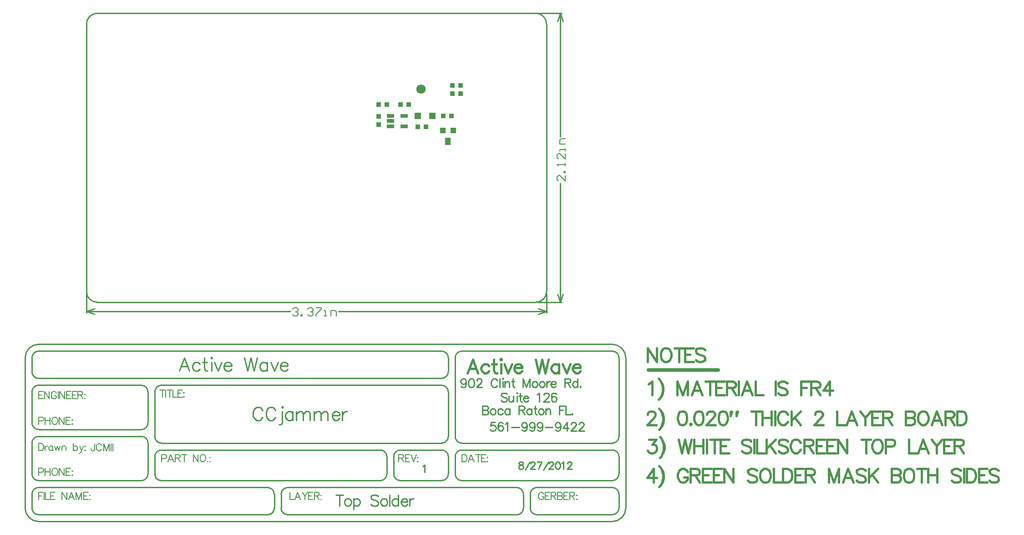
<source format=gts>
%FSLAX25Y25*%
%MOIN*%
G70*
G01*
G75*
G04 Layer_Color=8388736*
%ADD10C,0.02500*%
%ADD11C,0.06000*%
%ADD12R,0.03000X0.03000*%
%ADD13R,0.05000X0.02000*%
%ADD14R,0.03000X0.03000*%
%ADD15R,0.03600X0.05000*%
%ADD16R,0.03600X0.03600*%
%ADD17R,0.03937X0.03937*%
%ADD18C,0.02000*%
%ADD19C,0.01200*%
%ADD20C,0.01000*%
%ADD21C,0.00800*%
%ADD22C,0.03000*%
%ADD23C,0.00600*%
%ADD24C,0.00900*%
%ADD25C,0.01500*%
%ADD26C,0.00500*%
%ADD27C,0.04000*%
%ADD28C,0.06800*%
%ADD29R,0.03800X0.03800*%
%ADD30R,0.05600X0.02600*%
%ADD31R,0.03800X0.03800*%
%ADD32R,0.04400X0.05800*%
%ADD33R,0.04400X0.04400*%
%ADD34R,0.04737X0.04737*%
D10*
X411800Y-49700D02*
X462800D01*
D20*
X185366Y-141202D02*
Y-149200D01*
X182700Y-141202D02*
X188032D01*
X190889Y-143868D02*
X190127Y-144249D01*
X189365Y-145010D01*
X188984Y-146153D01*
Y-146915D01*
X189365Y-148057D01*
X190127Y-148819D01*
X190889Y-149200D01*
X192031D01*
X192793Y-148819D01*
X193555Y-148057D01*
X193936Y-146915D01*
Y-146153D01*
X193555Y-145010D01*
X192793Y-144249D01*
X192031Y-143868D01*
X190889D01*
X195688D02*
Y-151866D01*
Y-145010D02*
X196449Y-144249D01*
X197211Y-143868D01*
X198354D01*
X199116Y-144249D01*
X199877Y-145010D01*
X200258Y-146153D01*
Y-146915D01*
X199877Y-148057D01*
X199116Y-148819D01*
X198354Y-149200D01*
X197211D01*
X196449Y-148819D01*
X195688Y-148057D01*
X213589Y-142344D02*
X212827Y-141583D01*
X211684Y-141202D01*
X210161D01*
X209018Y-141583D01*
X208256Y-142344D01*
Y-143106D01*
X208637Y-143868D01*
X209018Y-144249D01*
X209780Y-144630D01*
X212065Y-145391D01*
X212827Y-145772D01*
X213208Y-146153D01*
X213589Y-146915D01*
Y-148057D01*
X212827Y-148819D01*
X211684Y-149200D01*
X210161D01*
X209018Y-148819D01*
X208256Y-148057D01*
X217283Y-143868D02*
X216521Y-144249D01*
X215760Y-145010D01*
X215379Y-146153D01*
Y-146915D01*
X215760Y-148057D01*
X216521Y-148819D01*
X217283Y-149200D01*
X218426D01*
X219187Y-148819D01*
X219949Y-148057D01*
X220330Y-146915D01*
Y-146153D01*
X219949Y-145010D01*
X219187Y-144249D01*
X218426Y-143868D01*
X217283D01*
X222082Y-141202D02*
Y-149200D01*
X228328Y-141202D02*
Y-149200D01*
Y-145010D02*
X227567Y-144249D01*
X226805Y-143868D01*
X225662D01*
X224901Y-144249D01*
X224139Y-145010D01*
X223758Y-146153D01*
Y-146915D01*
X224139Y-148057D01*
X224901Y-148819D01*
X225662Y-149200D01*
X226805D01*
X227567Y-148819D01*
X228328Y-148057D01*
X230461Y-146153D02*
X235032D01*
Y-145391D01*
X234651Y-144630D01*
X234270Y-144249D01*
X233508Y-143868D01*
X232366D01*
X231604Y-144249D01*
X230842Y-145010D01*
X230461Y-146153D01*
Y-146915D01*
X230842Y-148057D01*
X231604Y-148819D01*
X232366Y-149200D01*
X233508D01*
X234270Y-148819D01*
X235032Y-148057D01*
X236746Y-143868D02*
Y-149200D01*
Y-146153D02*
X237126Y-145010D01*
X237888Y-144249D01*
X238650Y-143868D01*
X239792D01*
X330484Y212016D02*
X348000D01*
X330484Y-16D02*
X348000D01*
X347000Y121495D02*
Y212016D01*
Y-16D02*
Y87305D01*
X345000Y206016D02*
X347000Y212016D01*
X349000Y206016D01*
X347000Y-16D02*
X349000Y5984D01*
X345000D02*
X347000Y-16D01*
X337000Y-7500D02*
Y6500D01*
X0Y-7500D02*
Y6500D01*
X184495Y-6500D02*
X337000D01*
X0D02*
X149305D01*
X331000Y-4500D02*
X337000Y-6500D01*
X331000Y-8500D02*
X337000Y-6500D01*
X0D02*
X6000Y-8500D01*
X0Y-6500D02*
X6000Y-4500D01*
X0Y8000D02*
G03*
X8016Y-16I8016J0D01*
G01*
X8000Y212000D02*
G03*
X-16Y203984I0J-8016D01*
G01*
X337000Y204000D02*
G03*
X328984Y212016I-8016J0D01*
G01*
Y-16D02*
G03*
X337000Y8000I0J8016D01*
G01*
X8016Y0D02*
X328984Y-16D01*
X0Y8000D02*
Y203984D01*
X337000Y8000D02*
Y204000D01*
X8000Y212000D02*
X328984Y212016D01*
X137502Y-140794D02*
G03*
X132501Y-135794I-5000J0D01*
G01*
X132618Y-155794D02*
G03*
X137499Y-150827I84J4800D01*
G01*
X147502Y-135794D02*
G03*
X142501Y-140794I0J-5000D01*
G01*
Y-150794D02*
G03*
X147414Y-155793I5000J0D01*
G01*
X320002Y-140794D02*
G03*
X315002Y-135794I-5000J0D01*
G01*
X315118Y-155794D02*
G03*
X320000Y-150827I84J4800D01*
G01*
X325002Y-150894D02*
G03*
X329987Y-155793I4900J0D01*
G01*
X330001Y-135794D02*
G03*
X325002Y-140794I0J-5000D01*
G01*
X45002Y-65694D02*
G03*
X40102Y-60794I-4900J0D01*
G01*
X40202Y-93294D02*
G03*
X45002Y-88494I0J4800D01*
G01*
Y-103194D02*
G03*
X39930Y-98297I-4900J0D01*
G01*
X50002Y-98394D02*
G03*
X54901Y-103294I4900J0D01*
G01*
X50002Y-125894D02*
G03*
X54901Y-130794I4900J0D01*
G01*
X40102D02*
G03*
X45002Y-125894I0J4900D01*
G01*
X220002Y-113194D02*
G03*
X215102Y-108294I-4900J0D01*
G01*
Y-130794D02*
G03*
X220001Y-125809I0J4900D01*
G01*
X225002Y-125694D02*
G03*
X230012Y-130793I5100J0D01*
G01*
X229802Y-108294D02*
G03*
X225008Y-113345I0J-4800D01*
G01*
X55001Y-108294D02*
G03*
X50002Y-113294I0J-5000D01*
G01*
X55001Y-60794D02*
G03*
X50001Y-65794I0J-5000D01*
G01*
X-39998Y-125794D02*
G03*
X-35086Y-130793I5000J0D01*
G01*
X-34999Y-98294D02*
G03*
X-39998Y-103294I0J-5000D01*
G01*
Y-88294D02*
G03*
X-34999Y-93294I5000J0D01*
G01*
Y-60794D02*
G03*
X-39998Y-65794I0J-5000D01*
G01*
Y-50794D02*
G03*
X-34999Y-55794I5000J0D01*
G01*
Y-35794D02*
G03*
X-39998Y-40794I0J-5000D01*
G01*
X265002D02*
G03*
X260001Y-35794I-5000J0D01*
G01*
X275002D02*
G03*
X270002Y-40794I0J-5000D01*
G01*
X260001Y-55794D02*
G03*
X265002Y-50794I0J5000D01*
G01*
Y-65794D02*
G03*
X260001Y-60794I-5000J0D01*
G01*
X-34999Y-135794D02*
G03*
X-39998Y-140794I0J-5000D01*
G01*
X260089Y-103294D02*
G03*
X265002Y-98294I-87J5000D01*
G01*
X-39998Y-150794D02*
G03*
X-35086Y-155793I5000J0D01*
G01*
X265002Y-113194D02*
G03*
X260102Y-108294I-4900J0D01*
G01*
X270002Y-125894D02*
G03*
X274987Y-130793I4900J0D01*
G01*
X260001Y-130794D02*
G03*
X265002Y-125794I0J5000D01*
G01*
X385001Y-155794D02*
G03*
X390002Y-150794I0J5000D01*
G01*
X390002Y-140707D02*
G03*
X385001Y-135793I-5000J-87D01*
G01*
Y-130794D02*
G03*
X390002Y-125794I0J5000D01*
G01*
Y-40694D02*
G03*
X384930Y-35797I-4900J0D01*
G01*
X395002Y-40794D02*
G03*
X385001Y-30794I-10000J0D01*
G01*
Y-160794D02*
G03*
X395002Y-150794I0J10000D01*
G01*
X-44998Y-150694D02*
G03*
X-35075Y-160793I10100J0D01*
G01*
X-34999Y-30794D02*
G03*
X-44998Y-40794I0J-10000D01*
G01*
X270002Y-98294D02*
G03*
X275002Y-103294I5000J0D01*
G01*
X385001D02*
G03*
X390002Y-98294I0J5000D01*
G01*
X275002Y-108294D02*
G03*
X270002Y-113294I0J-5000D01*
G01*
X390002Y-113194D02*
G03*
X385102Y-108294I-4900J0D01*
G01*
X147502Y-155794D02*
X315002D01*
X-34999D02*
X132501D01*
X-34999Y-135794D02*
X132501D01*
X147502D02*
X315002D01*
X330001Y-155794D02*
X385001D01*
X330001Y-135794D02*
X385001D01*
X-34999Y-35794D02*
X260001D01*
X-34999Y-160794D02*
X385001D01*
X-34999Y-30794D02*
X385001D01*
X-34999Y-130794D02*
X40001D01*
X-34999Y-98294D02*
X40001D01*
X-34999Y-93294D02*
X40001D01*
X-34999Y-60794D02*
X40001D01*
X-34999Y-55794D02*
X260001D01*
X55001Y-60794D02*
X260001D01*
X55001Y-108294D02*
X215002D01*
X55001Y-130794D02*
X215002D01*
X230001D02*
X260001D01*
X230001Y-108294D02*
X260001D01*
X275002Y-130794D02*
X385001D01*
X275002Y-35794D02*
X385001D01*
X55001Y-103294D02*
X260001D01*
X275002D02*
X385001D01*
X275002Y-108294D02*
X385001D01*
X137502Y-150794D02*
Y-140794D01*
X142501Y-150794D02*
Y-140794D01*
X320002Y-150794D02*
Y-140794D01*
X325002Y-150794D02*
Y-140794D01*
X395002Y-150794D02*
Y-40794D01*
X-39998Y-125794D02*
Y-103294D01*
X45002Y-125794D02*
Y-103294D01*
X-39998Y-88294D02*
Y-65794D01*
X45002Y-88294D02*
Y-65794D01*
X-39998Y-50794D02*
Y-40794D01*
X265002Y-50794D02*
Y-40794D01*
Y-98294D02*
Y-65794D01*
X50002Y-98294D02*
Y-65794D01*
X220002Y-125794D02*
Y-113294D01*
X50002Y-125794D02*
Y-113294D01*
X225002Y-125794D02*
Y-113294D01*
X265002Y-125794D02*
Y-113294D01*
X390002Y-150794D02*
Y-140794D01*
X-39998Y-150794D02*
Y-140794D01*
X-44998Y-150794D02*
Y-40794D01*
X270002Y-98294D02*
Y-40794D01*
X390002Y-98294D02*
Y-40794D01*
X270002Y-125794D02*
Y-113294D01*
X390002Y-125794D02*
Y-113194D01*
X307875Y-67392D02*
X307266Y-66782D01*
X306352Y-66478D01*
X305133D01*
X304219Y-66782D01*
X303609Y-67392D01*
Y-68001D01*
X303914Y-68611D01*
X304219Y-68915D01*
X304828Y-69220D01*
X306656Y-69829D01*
X307266Y-70134D01*
X307571Y-70439D01*
X307875Y-71048D01*
Y-71962D01*
X307266Y-72572D01*
X306352Y-72876D01*
X305133D01*
X304219Y-72572D01*
X303609Y-71962D01*
X309307Y-68611D02*
Y-71658D01*
X309612Y-72572D01*
X310221Y-72876D01*
X311136D01*
X311745Y-72572D01*
X312659Y-71658D01*
Y-68611D02*
Y-72876D01*
X314944Y-66478D02*
X315249Y-66782D01*
X315554Y-66478D01*
X315249Y-66173D01*
X314944Y-66478D01*
X315249Y-68611D02*
Y-72876D01*
X317595Y-66478D02*
Y-71658D01*
X317900Y-72572D01*
X318509Y-72876D01*
X319118D01*
X316681Y-68611D02*
X318814D01*
X320033Y-70439D02*
X323689D01*
Y-69829D01*
X323384Y-69220D01*
X323080Y-68915D01*
X322470Y-68611D01*
X321556D01*
X320947Y-68915D01*
X320337Y-69525D01*
X320033Y-70439D01*
Y-71048D01*
X320337Y-71962D01*
X320947Y-72572D01*
X321556Y-72876D01*
X322470D01*
X323080Y-72572D01*
X323689Y-71962D01*
X330088Y-67696D02*
X330697Y-67392D01*
X331611Y-66478D01*
Y-72876D01*
X335085Y-68001D02*
Y-67696D01*
X335389Y-67087D01*
X335694Y-66782D01*
X336303Y-66478D01*
X337522D01*
X338132Y-66782D01*
X338436Y-67087D01*
X338741Y-67696D01*
Y-68306D01*
X338436Y-68915D01*
X337827Y-69829D01*
X334780Y-72876D01*
X339046D01*
X344134Y-67392D02*
X343829Y-66782D01*
X342915Y-66478D01*
X342306D01*
X341392Y-66782D01*
X340782Y-67696D01*
X340478Y-69220D01*
Y-70744D01*
X340782Y-71962D01*
X341392Y-72572D01*
X342306Y-72876D01*
X342611D01*
X343525Y-72572D01*
X344134Y-71962D01*
X344439Y-71048D01*
Y-70744D01*
X344134Y-69829D01*
X343525Y-69220D01*
X342611Y-68915D01*
X342306D01*
X341392Y-69220D01*
X340782Y-69829D01*
X340478Y-70744D01*
X299266Y-87978D02*
X296219D01*
X295914Y-90720D01*
X296219Y-90415D01*
X297133Y-90111D01*
X298047D01*
X298961Y-90415D01*
X299570Y-91025D01*
X299875Y-91939D01*
Y-92548D01*
X299570Y-93462D01*
X298961Y-94072D01*
X298047Y-94376D01*
X297133D01*
X296219Y-94072D01*
X295914Y-93767D01*
X295609Y-93158D01*
X304964Y-88892D02*
X304659Y-88282D01*
X303745Y-87978D01*
X303135D01*
X302221Y-88282D01*
X301612Y-89196D01*
X301307Y-90720D01*
Y-92243D01*
X301612Y-93462D01*
X302221Y-94072D01*
X303135Y-94376D01*
X303440D01*
X304354Y-94072D01*
X304964Y-93462D01*
X305268Y-92548D01*
Y-92243D01*
X304964Y-91329D01*
X304354Y-90720D01*
X303440Y-90415D01*
X303135D01*
X302221Y-90720D01*
X301612Y-91329D01*
X301307Y-92243D01*
X306670Y-89196D02*
X307279Y-88892D01*
X308193Y-87978D01*
Y-94376D01*
X311362Y-91634D02*
X316847D01*
X322697Y-90111D02*
X322392Y-91025D01*
X321783Y-91634D01*
X320869Y-91939D01*
X320564D01*
X319650Y-91634D01*
X319041Y-91025D01*
X318736Y-90111D01*
Y-89806D01*
X319041Y-88892D01*
X319650Y-88282D01*
X320564Y-87978D01*
X320869D01*
X321783Y-88282D01*
X322392Y-88892D01*
X322697Y-90111D01*
Y-91634D01*
X322392Y-93158D01*
X321783Y-94072D01*
X320869Y-94376D01*
X320259D01*
X319345Y-94072D01*
X319041Y-93462D01*
X328395Y-90111D02*
X328090Y-91025D01*
X327481Y-91634D01*
X326567Y-91939D01*
X326262D01*
X325348Y-91634D01*
X324739Y-91025D01*
X324434Y-90111D01*
Y-89806D01*
X324739Y-88892D01*
X325348Y-88282D01*
X326262Y-87978D01*
X326567D01*
X327481Y-88282D01*
X328090Y-88892D01*
X328395Y-90111D01*
Y-91634D01*
X328090Y-93158D01*
X327481Y-94072D01*
X326567Y-94376D01*
X325957D01*
X325043Y-94072D01*
X324739Y-93462D01*
X334093Y-90111D02*
X333788Y-91025D01*
X333179Y-91634D01*
X332264Y-91939D01*
X331960D01*
X331046Y-91634D01*
X330436Y-91025D01*
X330132Y-90111D01*
Y-89806D01*
X330436Y-88892D01*
X331046Y-88282D01*
X331960Y-87978D01*
X332264D01*
X333179Y-88282D01*
X333788Y-88892D01*
X334093Y-90111D01*
Y-91634D01*
X333788Y-93158D01*
X333179Y-94072D01*
X332264Y-94376D01*
X331655D01*
X330741Y-94072D01*
X330436Y-93462D01*
X335829Y-91634D02*
X341314D01*
X347164Y-90111D02*
X346860Y-91025D01*
X346250Y-91634D01*
X345336Y-91939D01*
X345031D01*
X344117Y-91634D01*
X343508Y-91025D01*
X343203Y-90111D01*
Y-89806D01*
X343508Y-88892D01*
X344117Y-88282D01*
X345031Y-87978D01*
X345336D01*
X346250Y-88282D01*
X346860Y-88892D01*
X347164Y-90111D01*
Y-91634D01*
X346860Y-93158D01*
X346250Y-94072D01*
X345336Y-94376D01*
X344727D01*
X343812Y-94072D01*
X343508Y-93462D01*
X351948Y-87978D02*
X348901Y-92243D01*
X353471D01*
X351948Y-87978D02*
Y-94376D01*
X354904Y-89501D02*
Y-89196D01*
X355208Y-88587D01*
X355513Y-88282D01*
X356122Y-87978D01*
X357341D01*
X357950Y-88282D01*
X358255Y-88587D01*
X358560Y-89196D01*
Y-89806D01*
X358255Y-90415D01*
X357646Y-91329D01*
X354599Y-94376D01*
X358864D01*
X360601Y-89501D02*
Y-89196D01*
X360906Y-88587D01*
X361211Y-88282D01*
X361820Y-87978D01*
X363039D01*
X363648Y-88282D01*
X363953Y-88587D01*
X364258Y-89196D01*
Y-89806D01*
X363953Y-90415D01*
X363344Y-91329D01*
X360297Y-94376D01*
X364562D01*
X278070Y-58111D02*
X277766Y-59025D01*
X277156Y-59634D01*
X276242Y-59939D01*
X275938D01*
X275024Y-59634D01*
X274414Y-59025D01*
X274110Y-58111D01*
Y-57806D01*
X274414Y-56892D01*
X275024Y-56282D01*
X275938Y-55978D01*
X276242D01*
X277156Y-56282D01*
X277766Y-56892D01*
X278070Y-58111D01*
Y-59634D01*
X277766Y-61158D01*
X277156Y-62072D01*
X276242Y-62376D01*
X275633D01*
X274719Y-62072D01*
X274414Y-61462D01*
X281635Y-55978D02*
X280721Y-56282D01*
X280112Y-57196D01*
X279807Y-58720D01*
Y-59634D01*
X280112Y-61158D01*
X280721Y-62072D01*
X281635Y-62376D01*
X282245D01*
X283159Y-62072D01*
X283768Y-61158D01*
X284073Y-59634D01*
Y-58720D01*
X283768Y-57196D01*
X283159Y-56282D01*
X282245Y-55978D01*
X281635D01*
X285810Y-57501D02*
Y-57196D01*
X286115Y-56587D01*
X286419Y-56282D01*
X287029Y-55978D01*
X288247D01*
X288857Y-56282D01*
X289161Y-56587D01*
X289466Y-57196D01*
Y-57806D01*
X289161Y-58415D01*
X288552Y-59329D01*
X285505Y-62376D01*
X289771D01*
X300801Y-57501D02*
X300496Y-56892D01*
X299887Y-56282D01*
X299277Y-55978D01*
X298059D01*
X297449Y-56282D01*
X296840Y-56892D01*
X296535Y-57501D01*
X296231Y-58415D01*
Y-59939D01*
X296535Y-60853D01*
X296840Y-61462D01*
X297449Y-62072D01*
X298059Y-62376D01*
X299277D01*
X299887Y-62072D01*
X300496Y-61462D01*
X300801Y-60853D01*
X302599Y-55978D02*
Y-62376D01*
X304549Y-55978D02*
X304853Y-56282D01*
X305158Y-55978D01*
X304853Y-55673D01*
X304549Y-55978D01*
X304853Y-58111D02*
Y-62376D01*
X306285Y-58111D02*
Y-62376D01*
Y-59329D02*
X307200Y-58415D01*
X307809Y-58111D01*
X308723D01*
X309332Y-58415D01*
X309637Y-59329D01*
Y-62376D01*
X312227Y-55978D02*
Y-61158D01*
X312532Y-62072D01*
X313141Y-62376D01*
X313751D01*
X311313Y-58111D02*
X313446D01*
X319692Y-55978D02*
Y-62376D01*
Y-55978D02*
X322130Y-62376D01*
X324567Y-55978D02*
X322130Y-62376D01*
X324567Y-55978D02*
Y-62376D01*
X327919Y-58111D02*
X327309Y-58415D01*
X326700Y-59025D01*
X326395Y-59939D01*
Y-60548D01*
X326700Y-61462D01*
X327309Y-62072D01*
X327919Y-62376D01*
X328833D01*
X329442Y-62072D01*
X330052Y-61462D01*
X330357Y-60548D01*
Y-59939D01*
X330052Y-59025D01*
X329442Y-58415D01*
X328833Y-58111D01*
X327919D01*
X333282D02*
X332672Y-58415D01*
X332063Y-59025D01*
X331758Y-59939D01*
Y-60548D01*
X332063Y-61462D01*
X332672Y-62072D01*
X333282Y-62376D01*
X334196D01*
X334805Y-62072D01*
X335414Y-61462D01*
X335719Y-60548D01*
Y-59939D01*
X335414Y-59025D01*
X334805Y-58415D01*
X334196Y-58111D01*
X333282D01*
X337121D02*
Y-62376D01*
Y-59939D02*
X337425Y-59025D01*
X338035Y-58415D01*
X338644Y-58111D01*
X339558D01*
X340137Y-59939D02*
X343794D01*
Y-59329D01*
X343489Y-58720D01*
X343184Y-58415D01*
X342575Y-58111D01*
X341661D01*
X341051Y-58415D01*
X340442Y-59025D01*
X340137Y-59939D01*
Y-60548D01*
X340442Y-61462D01*
X341051Y-62072D01*
X341661Y-62376D01*
X342575D01*
X343184Y-62072D01*
X343794Y-61462D01*
X350192Y-55978D02*
Y-62376D01*
Y-55978D02*
X352935D01*
X353849Y-56282D01*
X354153Y-56587D01*
X354458Y-57196D01*
Y-57806D01*
X354153Y-58415D01*
X353849Y-58720D01*
X352935Y-59025D01*
X350192D01*
X352325D02*
X354458Y-62376D01*
X359546Y-55978D02*
Y-62376D01*
Y-59025D02*
X358937Y-58415D01*
X358328Y-58111D01*
X357414D01*
X356804Y-58415D01*
X356195Y-59025D01*
X355890Y-59939D01*
Y-60548D01*
X356195Y-61462D01*
X356804Y-62072D01*
X357414Y-62376D01*
X358328D01*
X358937Y-62072D01*
X359546Y-61462D01*
X361557Y-61767D02*
X361253Y-62072D01*
X361557Y-62376D01*
X361862Y-62072D01*
X361557Y-61767D01*
X290109Y-75978D02*
Y-82376D01*
Y-75978D02*
X292852D01*
X293766Y-76282D01*
X294071Y-76587D01*
X294375Y-77197D01*
Y-77806D01*
X294071Y-78415D01*
X293766Y-78720D01*
X292852Y-79025D01*
X290109D02*
X292852D01*
X293766Y-79329D01*
X294071Y-79634D01*
X294375Y-80243D01*
Y-81158D01*
X294071Y-81767D01*
X293766Y-82072D01*
X292852Y-82376D01*
X290109D01*
X297331Y-78111D02*
X296721Y-78415D01*
X296112Y-79025D01*
X295807Y-79939D01*
Y-80548D01*
X296112Y-81462D01*
X296721Y-82072D01*
X297331Y-82376D01*
X298245D01*
X298854Y-82072D01*
X299464Y-81462D01*
X299768Y-80548D01*
Y-79939D01*
X299464Y-79025D01*
X298854Y-78415D01*
X298245Y-78111D01*
X297331D01*
X304826Y-79025D02*
X304217Y-78415D01*
X303608Y-78111D01*
X302693D01*
X302084Y-78415D01*
X301475Y-79025D01*
X301170Y-79939D01*
Y-80548D01*
X301475Y-81462D01*
X302084Y-82072D01*
X302693Y-82376D01*
X303608D01*
X304217Y-82072D01*
X304826Y-81462D01*
X309854Y-78111D02*
Y-82376D01*
Y-79025D02*
X309244Y-78415D01*
X308635Y-78111D01*
X307721D01*
X307112Y-78415D01*
X306502Y-79025D01*
X306197Y-79939D01*
Y-80548D01*
X306502Y-81462D01*
X307112Y-82072D01*
X307721Y-82376D01*
X308635D01*
X309244Y-82072D01*
X309854Y-81462D01*
X316588Y-75978D02*
Y-82376D01*
Y-75978D02*
X319330D01*
X320244Y-76282D01*
X320549Y-76587D01*
X320853Y-77197D01*
Y-77806D01*
X320549Y-78415D01*
X320244Y-78720D01*
X319330Y-79025D01*
X316588D01*
X318721D02*
X320853Y-82376D01*
X325942Y-78111D02*
Y-82376D01*
Y-79025D02*
X325332Y-78415D01*
X324723Y-78111D01*
X323809D01*
X323200Y-78415D01*
X322590Y-79025D01*
X322285Y-79939D01*
Y-80548D01*
X322590Y-81462D01*
X323200Y-82072D01*
X323809Y-82376D01*
X324723D01*
X325332Y-82072D01*
X325942Y-81462D01*
X328562Y-75978D02*
Y-81158D01*
X328867Y-82072D01*
X329476Y-82376D01*
X330086D01*
X327648Y-78111D02*
X329781D01*
X332523D02*
X331914Y-78415D01*
X331304Y-79025D01*
X331000Y-79939D01*
Y-80548D01*
X331304Y-81462D01*
X331914Y-82072D01*
X332523Y-82376D01*
X333437D01*
X334047Y-82072D01*
X334656Y-81462D01*
X334961Y-80548D01*
Y-79939D01*
X334656Y-79025D01*
X334047Y-78415D01*
X333437Y-78111D01*
X332523D01*
X336362D02*
Y-82376D01*
Y-79329D02*
X337277Y-78415D01*
X337886Y-78111D01*
X338800D01*
X339409Y-78415D01*
X339714Y-79329D01*
Y-82376D01*
X346417Y-75978D02*
Y-82376D01*
Y-75978D02*
X350378D01*
X346417Y-79025D02*
X348855D01*
X351110Y-75978D02*
Y-82376D01*
X354766D01*
X355772Y-81767D02*
X355467Y-82072D01*
X355772Y-82376D01*
X356076Y-82072D01*
X355772Y-81767D01*
D21*
X5837Y-103568D02*
Y-107630D01*
X5583Y-108392D01*
X5329Y-108646D01*
X4821Y-108900D01*
X4314D01*
X3806Y-108646D01*
X3552Y-108392D01*
X3298Y-107630D01*
Y-107122D01*
X11017Y-104837D02*
X10763Y-104329D01*
X10255Y-103821D01*
X9747Y-103568D01*
X8732D01*
X8224Y-103821D01*
X7716Y-104329D01*
X7462Y-104837D01*
X7208Y-105599D01*
Y-106868D01*
X7462Y-107630D01*
X7716Y-108138D01*
X8224Y-108646D01*
X8732Y-108900D01*
X9747D01*
X10255Y-108646D01*
X10763Y-108138D01*
X11017Y-107630D01*
X12515Y-103568D02*
Y-108900D01*
Y-103568D02*
X14547Y-108900D01*
X16578Y-103568D02*
X14547Y-108900D01*
X16578Y-103568D02*
Y-108900D01*
X18101Y-103568D02*
Y-108900D01*
X19218Y-103568D02*
Y-108900D01*
D23*
X350599Y92904D02*
Y88905D01*
X346600Y92904D01*
X345601D01*
X344601Y91904D01*
Y89905D01*
X345601Y88905D01*
X350599Y94903D02*
X349599D01*
Y95903D01*
X350599D01*
Y94903D01*
Y99901D02*
Y101901D01*
Y100901D01*
X344601D01*
X345601Y99901D01*
X350599Y108898D02*
Y104900D01*
X346600Y108898D01*
X345601D01*
X344601Y107899D01*
Y105900D01*
X345601Y104900D01*
X350599Y110898D02*
Y112897D01*
Y111898D01*
X346600D01*
Y110898D01*
X350599Y115896D02*
X346600D01*
Y118895D01*
X347600Y119895D01*
X350599D01*
X150905Y-5101D02*
X151905Y-4101D01*
X153904D01*
X154904Y-5101D01*
Y-6100D01*
X153904Y-7100D01*
X152904D01*
X153904D01*
X154904Y-8100D01*
Y-9099D01*
X153904Y-10099D01*
X151905D01*
X150905Y-9099D01*
X156903Y-10099D02*
Y-9099D01*
X157903D01*
Y-10099D01*
X156903D01*
X161902Y-5101D02*
X162901Y-4101D01*
X164901D01*
X165900Y-5101D01*
Y-6100D01*
X164901Y-7100D01*
X163901D01*
X164901D01*
X165900Y-8100D01*
Y-9099D01*
X164901Y-10099D01*
X162901D01*
X161902Y-9099D01*
X167900Y-4101D02*
X171898D01*
Y-5101D01*
X167900Y-9099D01*
Y-10099D01*
X173898D02*
X175897D01*
X174897D01*
Y-6100D01*
X173898D01*
X178896Y-10099D02*
Y-6100D01*
X181895D01*
X182895Y-7100D01*
Y-10099D01*
D24*
X317748Y-117008D02*
X316986Y-117262D01*
X316733Y-117770D01*
Y-118277D01*
X316986Y-118785D01*
X317494Y-119039D01*
X318510Y-119293D01*
X319272Y-119547D01*
X319779Y-120055D01*
X320033Y-120563D01*
Y-121324D01*
X319779Y-121832D01*
X319526Y-122086D01*
X318764Y-122340D01*
X317748D01*
X316986Y-122086D01*
X316733Y-121832D01*
X316478Y-121324D01*
Y-120563D01*
X316733Y-120055D01*
X317240Y-119547D01*
X318002Y-119293D01*
X319018Y-119039D01*
X319526Y-118785D01*
X319779Y-118277D01*
Y-117770D01*
X319526Y-117262D01*
X318764Y-117008D01*
X317748D01*
X321227Y-123102D02*
X324782Y-117008D01*
X325391Y-118277D02*
Y-118023D01*
X325645Y-117516D01*
X325899Y-117262D01*
X326407Y-117008D01*
X327422D01*
X327930Y-117262D01*
X328184Y-117516D01*
X328438Y-118023D01*
Y-118531D01*
X328184Y-119039D01*
X327676Y-119801D01*
X325137Y-122340D01*
X328692D01*
X333440Y-117008D02*
X330901Y-122340D01*
X329885Y-117008D02*
X333440D01*
X334634Y-123102D02*
X338188Y-117008D01*
X338798Y-118277D02*
Y-118023D01*
X339052Y-117516D01*
X339306Y-117262D01*
X339813Y-117008D01*
X340829D01*
X341337Y-117262D01*
X341591Y-117516D01*
X341845Y-118023D01*
Y-118531D01*
X341591Y-119039D01*
X341083Y-119801D01*
X338544Y-122340D01*
X342099D01*
X344816Y-117008D02*
X344054Y-117262D01*
X343546Y-118023D01*
X343292Y-119293D01*
Y-120055D01*
X343546Y-121324D01*
X344054Y-122086D01*
X344816Y-122340D01*
X345323D01*
X346085Y-122086D01*
X346593Y-121324D01*
X346847Y-120055D01*
Y-119293D01*
X346593Y-118023D01*
X346085Y-117262D01*
X345323Y-117008D01*
X344816D01*
X348040Y-118023D02*
X348548Y-117770D01*
X349310Y-117008D01*
Y-122340D01*
X352205Y-118277D02*
Y-118023D01*
X352459Y-117516D01*
X352712Y-117262D01*
X353220Y-117008D01*
X354236D01*
X354744Y-117262D01*
X354998Y-117516D01*
X355252Y-118023D01*
Y-118531D01*
X354998Y-119039D01*
X354490Y-119801D01*
X351951Y-122340D01*
X355506D01*
X75314Y-50294D02*
X71658Y-40696D01*
X68001Y-50294D01*
X69372Y-47095D02*
X73943D01*
X83038Y-45267D02*
X82124Y-44352D01*
X81210Y-43895D01*
X79839D01*
X78925Y-44352D01*
X78011Y-45267D01*
X77554Y-46638D01*
Y-47552D01*
X78011Y-48923D01*
X78925Y-49837D01*
X79839Y-50294D01*
X81210D01*
X82124Y-49837D01*
X83038Y-48923D01*
X86466Y-40696D02*
Y-48466D01*
X86923Y-49837D01*
X87837Y-50294D01*
X88751D01*
X85095Y-43895D02*
X88294D01*
X91036Y-40696D02*
X91493Y-41153D01*
X91951Y-40696D01*
X91493Y-40239D01*
X91036Y-40696D01*
X91493Y-43895D02*
Y-50294D01*
X93642Y-43895D02*
X96384Y-50294D01*
X99126Y-43895D02*
X96384Y-50294D01*
X100680Y-46638D02*
X106165D01*
Y-45724D01*
X105708Y-44809D01*
X105251Y-44352D01*
X104336Y-43895D01*
X102965D01*
X102051Y-44352D01*
X101137Y-45267D01*
X100680Y-46638D01*
Y-47552D01*
X101137Y-48923D01*
X102051Y-49837D01*
X102965Y-50294D01*
X104336D01*
X105251Y-49837D01*
X106165Y-48923D01*
X115763Y-40696D02*
X118048Y-50294D01*
X120333Y-40696D02*
X118048Y-50294D01*
X120333Y-40696D02*
X122618Y-50294D01*
X124904Y-40696D02*
X122618Y-50294D01*
X132308Y-43895D02*
Y-50294D01*
Y-45267D02*
X131394Y-44352D01*
X130479Y-43895D01*
X129108D01*
X128194Y-44352D01*
X127280Y-45267D01*
X126823Y-46638D01*
Y-47552D01*
X127280Y-48923D01*
X128194Y-49837D01*
X129108Y-50294D01*
X130479D01*
X131394Y-49837D01*
X132308Y-48923D01*
X134867Y-43895D02*
X137609Y-50294D01*
X140352Y-43895D02*
X137609Y-50294D01*
X141905Y-46638D02*
X147390D01*
Y-45724D01*
X146933Y-44809D01*
X146476Y-44352D01*
X145562Y-43895D01*
X144191D01*
X143277Y-44352D01*
X142363Y-45267D01*
X141905Y-46638D01*
Y-47552D01*
X142363Y-48923D01*
X143277Y-49837D01*
X144191Y-50294D01*
X145562D01*
X146476Y-49837D01*
X147390Y-48923D01*
X128856Y-79187D02*
X128399Y-78273D01*
X127485Y-77359D01*
X126570Y-76902D01*
X124742D01*
X123828Y-77359D01*
X122914Y-78273D01*
X122457Y-79187D01*
X122000Y-80558D01*
Y-82844D01*
X122457Y-84215D01*
X122914Y-85129D01*
X123828Y-86043D01*
X124742Y-86500D01*
X126570D01*
X127485Y-86043D01*
X128399Y-85129D01*
X128856Y-84215D01*
X138408Y-79187D02*
X137951Y-78273D01*
X137037Y-77359D01*
X136123Y-76902D01*
X134294D01*
X133380Y-77359D01*
X132466Y-78273D01*
X132009Y-79187D01*
X131552Y-80558D01*
Y-82844D01*
X132009Y-84215D01*
X132466Y-85129D01*
X133380Y-86043D01*
X134294Y-86500D01*
X136123D01*
X137037Y-86043D01*
X137951Y-85129D01*
X138408Y-84215D01*
X142933Y-76902D02*
X143390Y-77359D01*
X143847Y-76902D01*
X143390Y-76445D01*
X142933Y-76902D01*
X143390Y-80101D02*
Y-87871D01*
X142933Y-89242D01*
X142019Y-89699D01*
X141104D01*
X151114Y-80101D02*
Y-86500D01*
Y-81472D02*
X150200Y-80558D01*
X149286Y-80101D01*
X147914D01*
X147000Y-80558D01*
X146086Y-81472D01*
X145629Y-82844D01*
Y-83758D01*
X146086Y-85129D01*
X147000Y-86043D01*
X147914Y-86500D01*
X149286D01*
X150200Y-86043D01*
X151114Y-85129D01*
X153673Y-80101D02*
Y-86500D01*
Y-81929D02*
X155044Y-80558D01*
X155958Y-80101D01*
X157330D01*
X158244Y-80558D01*
X158701Y-81929D01*
Y-86500D01*
Y-81929D02*
X160072Y-80558D01*
X160986Y-80101D01*
X162357D01*
X163271Y-80558D01*
X163728Y-81929D01*
Y-86500D01*
X166745Y-80101D02*
Y-86500D01*
Y-81929D02*
X168116Y-80558D01*
X169030Y-80101D01*
X170401D01*
X171315Y-80558D01*
X171772Y-81929D01*
Y-86500D01*
Y-81929D02*
X173143Y-80558D01*
X174057Y-80101D01*
X175428D01*
X176343Y-80558D01*
X176800Y-81929D01*
Y-86500D01*
X179816Y-82844D02*
X185301D01*
Y-81929D01*
X184844Y-81015D01*
X184387Y-80558D01*
X183473Y-80101D01*
X182101D01*
X181187Y-80558D01*
X180273Y-81472D01*
X179816Y-82844D01*
Y-83758D01*
X180273Y-85129D01*
X181187Y-86043D01*
X182101Y-86500D01*
X183473D01*
X184387Y-86043D01*
X185301Y-85129D01*
X187357Y-80101D02*
Y-86500D01*
Y-82844D02*
X187814Y-81472D01*
X188728Y-80558D01*
X189643Y-80101D01*
X191014D01*
X246251Y-120228D02*
X246759Y-119974D01*
X247521Y-119212D01*
Y-124544D01*
D25*
X286727Y-51876D02*
X282918Y-41879D01*
X279110Y-51876D01*
X280538Y-48544D02*
X285299D01*
X294773Y-46639D02*
X293821Y-45687D01*
X292868Y-45211D01*
X291440D01*
X290488Y-45687D01*
X289536Y-46639D01*
X289060Y-48068D01*
Y-49020D01*
X289536Y-50448D01*
X290488Y-51400D01*
X291440Y-51876D01*
X292868D01*
X293821Y-51400D01*
X294773Y-50448D01*
X298343Y-41879D02*
Y-49972D01*
X298819Y-51400D01*
X299772Y-51876D01*
X300724D01*
X296915Y-45211D02*
X300248D01*
X303104Y-41879D02*
X303580Y-42355D01*
X304057Y-41879D01*
X303580Y-41402D01*
X303104Y-41879D01*
X303580Y-45211D02*
Y-51876D01*
X305818Y-45211D02*
X308675Y-51876D01*
X311531Y-45211D02*
X308675Y-51876D01*
X313150Y-48068D02*
X318863D01*
Y-47115D01*
X318387Y-46163D01*
X317911Y-45687D01*
X316958Y-45211D01*
X315530D01*
X314578Y-45687D01*
X313626Y-46639D01*
X313150Y-48068D01*
Y-49020D01*
X313626Y-50448D01*
X314578Y-51400D01*
X315530Y-51876D01*
X316958D01*
X317911Y-51400D01*
X318863Y-50448D01*
X328861Y-41879D02*
X331241Y-51876D01*
X333622Y-41879D02*
X331241Y-51876D01*
X333622Y-41879D02*
X336002Y-51876D01*
X338383Y-41879D02*
X336002Y-51876D01*
X346095Y-45211D02*
Y-51876D01*
Y-46639D02*
X345143Y-45687D01*
X344191Y-45211D01*
X342762D01*
X341810Y-45687D01*
X340858Y-46639D01*
X340382Y-48068D01*
Y-49020D01*
X340858Y-50448D01*
X341810Y-51400D01*
X342762Y-51876D01*
X344191D01*
X345143Y-51400D01*
X346095Y-50448D01*
X348761Y-45211D02*
X351618Y-51876D01*
X354474Y-45211D02*
X351618Y-51876D01*
X356093Y-48068D02*
X361806D01*
Y-47115D01*
X361330Y-46163D01*
X360854Y-45687D01*
X359902Y-45211D01*
X358473D01*
X357521Y-45687D01*
X356569Y-46639D01*
X356093Y-48068D01*
Y-49020D01*
X356569Y-50448D01*
X357521Y-51400D01*
X358473Y-51876D01*
X359902D01*
X360854Y-51400D01*
X361806Y-50448D01*
X411100Y-33602D02*
Y-43600D01*
Y-33602D02*
X417765Y-43600D01*
Y-33602D02*
Y-43600D01*
X423383Y-33602D02*
X422431Y-34078D01*
X421479Y-35030D01*
X421003Y-35983D01*
X420527Y-37411D01*
Y-39791D01*
X421003Y-41220D01*
X421479Y-42172D01*
X422431Y-43124D01*
X423383Y-43600D01*
X425287D01*
X426240Y-43124D01*
X427192Y-42172D01*
X427668Y-41220D01*
X428144Y-39791D01*
Y-37411D01*
X427668Y-35983D01*
X427192Y-35030D01*
X426240Y-34078D01*
X425287Y-33602D01*
X423383D01*
X433809D02*
Y-43600D01*
X430477Y-33602D02*
X437142D01*
X444521D02*
X438332D01*
Y-43600D01*
X444521D01*
X438332Y-38363D02*
X442141D01*
X452853Y-35030D02*
X451901Y-34078D01*
X450472Y-33602D01*
X448568D01*
X447140Y-34078D01*
X446188Y-35030D01*
Y-35983D01*
X446664Y-36935D01*
X447140Y-37411D01*
X448092Y-37887D01*
X450949Y-38839D01*
X451901Y-39315D01*
X452377Y-39791D01*
X452853Y-40743D01*
Y-42172D01*
X451901Y-43124D01*
X450472Y-43600D01*
X448568D01*
X447140Y-43124D01*
X446188Y-42172D01*
X411800Y-59907D02*
X412752Y-59430D01*
X414180Y-58002D01*
Y-68000D01*
X419132Y-56098D02*
X420084Y-57050D01*
X421036Y-58478D01*
X421988Y-60383D01*
X422464Y-62763D01*
Y-64667D01*
X421988Y-67048D01*
X421036Y-68952D01*
X420084Y-70380D01*
X419132Y-71333D01*
X420084Y-57050D02*
X421036Y-58954D01*
X421512Y-60383D01*
X421988Y-62763D01*
Y-64667D01*
X421512Y-67048D01*
X421036Y-68476D01*
X420084Y-70380D01*
X432748Y-58002D02*
Y-68000D01*
Y-58002D02*
X436557Y-68000D01*
X440365Y-58002D02*
X436557Y-68000D01*
X440365Y-58002D02*
Y-68000D01*
X450839D02*
X447031Y-58002D01*
X443222Y-68000D01*
X444650Y-64667D02*
X449411D01*
X456505Y-58002D02*
Y-68000D01*
X453172Y-58002D02*
X459837D01*
X467217D02*
X461027D01*
Y-68000D01*
X467217D01*
X461027Y-62763D02*
X464836D01*
X468883Y-58002D02*
Y-68000D01*
Y-58002D02*
X473168D01*
X474596Y-58478D01*
X475072Y-58954D01*
X475548Y-59907D01*
Y-60859D01*
X475072Y-61811D01*
X474596Y-62287D01*
X473168Y-62763D01*
X468883D01*
X472216D02*
X475548Y-68000D01*
X477786Y-58002D02*
Y-68000D01*
X487498D02*
X483689Y-58002D01*
X479881Y-68000D01*
X481309Y-64667D02*
X486070D01*
X489831Y-58002D02*
Y-68000D01*
X495544D01*
X504494Y-58002D02*
Y-68000D01*
X513254Y-59430D02*
X512302Y-58478D01*
X510874Y-58002D01*
X508970D01*
X507541Y-58478D01*
X506589Y-59430D01*
Y-60383D01*
X507065Y-61335D01*
X507541Y-61811D01*
X508494Y-62287D01*
X511350Y-63239D01*
X512302Y-63715D01*
X512778Y-64191D01*
X513254Y-65144D01*
Y-66572D01*
X512302Y-67524D01*
X510874Y-68000D01*
X508970D01*
X507541Y-67524D01*
X506589Y-66572D01*
X523348Y-58002D02*
Y-68000D01*
Y-58002D02*
X529537D01*
X523348Y-62763D02*
X527156D01*
X530679Y-58002D02*
Y-68000D01*
Y-58002D02*
X534964D01*
X536392Y-58478D01*
X536868Y-58954D01*
X537345Y-59907D01*
Y-60859D01*
X536868Y-61811D01*
X536392Y-62287D01*
X534964Y-62763D01*
X530679D01*
X534012D02*
X537345Y-68000D01*
X544343Y-58002D02*
X539582Y-64667D01*
X546724D01*
X544343Y-58002D02*
Y-68000D01*
X410976Y-82283D02*
Y-81806D01*
X411452Y-80854D01*
X411928Y-80378D01*
X412880Y-79902D01*
X414785D01*
X415737Y-80378D01*
X416213Y-80854D01*
X416689Y-81806D01*
Y-82759D01*
X416213Y-83711D01*
X415261Y-85139D01*
X410500Y-89900D01*
X417165D01*
X419403Y-77998D02*
X420355Y-78950D01*
X421307Y-80378D01*
X422259Y-82283D01*
X422736Y-84663D01*
Y-86567D01*
X422259Y-88948D01*
X421307Y-90852D01*
X420355Y-92280D01*
X419403Y-93233D01*
X420355Y-78950D02*
X421307Y-80854D01*
X421783Y-82283D01*
X422259Y-84663D01*
Y-86567D01*
X421783Y-88948D01*
X421307Y-90376D01*
X420355Y-92280D01*
X435876Y-79902D02*
X434447Y-80378D01*
X433495Y-81806D01*
X433019Y-84187D01*
Y-85615D01*
X433495Y-87996D01*
X434447Y-89424D01*
X435876Y-89900D01*
X436828D01*
X438256Y-89424D01*
X439208Y-87996D01*
X439684Y-85615D01*
Y-84187D01*
X439208Y-81806D01*
X438256Y-80378D01*
X436828Y-79902D01*
X435876D01*
X442398Y-88948D02*
X441922Y-89424D01*
X442398Y-89900D01*
X442874Y-89424D01*
X442398Y-88948D01*
X447921Y-79902D02*
X446492Y-80378D01*
X445540Y-81806D01*
X445064Y-84187D01*
Y-85615D01*
X445540Y-87996D01*
X446492Y-89424D01*
X447921Y-89900D01*
X448873D01*
X450301Y-89424D01*
X451253Y-87996D01*
X451729Y-85615D01*
Y-84187D01*
X451253Y-81806D01*
X450301Y-80378D01*
X448873Y-79902D01*
X447921D01*
X454443Y-82283D02*
Y-81806D01*
X454919Y-80854D01*
X455395Y-80378D01*
X456347Y-79902D01*
X458252D01*
X459204Y-80378D01*
X459680Y-80854D01*
X460156Y-81806D01*
Y-82759D01*
X459680Y-83711D01*
X458728Y-85139D01*
X453967Y-89900D01*
X460632D01*
X465726Y-79902D02*
X464298Y-80378D01*
X463346Y-81806D01*
X462870Y-84187D01*
Y-85615D01*
X463346Y-87996D01*
X464298Y-89424D01*
X465726Y-89900D01*
X466678D01*
X468107Y-89424D01*
X469059Y-87996D01*
X469535Y-85615D01*
Y-84187D01*
X469059Y-81806D01*
X468107Y-80378D01*
X466678Y-79902D01*
X465726D01*
X472249D02*
X471773Y-80378D01*
Y-83235D01*
X472249Y-80378D02*
X471773Y-83235D01*
X472249Y-79902D02*
X472725Y-80378D01*
X471773Y-83235D01*
X476533Y-79902D02*
X476057Y-80378D01*
Y-83235D01*
X476533Y-80378D02*
X476057Y-83235D01*
X476533Y-79902D02*
X477009Y-80378D01*
X476057Y-83235D01*
X490292Y-79902D02*
Y-89900D01*
X486960Y-79902D02*
X493625D01*
X494815D02*
Y-89900D01*
X501480Y-79902D02*
Y-89900D01*
X494815Y-84663D02*
X501480D01*
X504242Y-79902D02*
Y-89900D01*
X513478Y-82283D02*
X513002Y-81330D01*
X512050Y-80378D01*
X511097Y-79902D01*
X509193D01*
X508241Y-80378D01*
X507289Y-81330D01*
X506813Y-82283D01*
X506337Y-83711D01*
Y-86091D01*
X506813Y-87520D01*
X507289Y-88472D01*
X508241Y-89424D01*
X509193Y-89900D01*
X511097D01*
X512050Y-89424D01*
X513002Y-88472D01*
X513478Y-87520D01*
X516287Y-79902D02*
Y-89900D01*
X522952Y-79902D02*
X516287Y-86567D01*
X518667Y-84187D02*
X522952Y-89900D01*
X533521Y-82283D02*
Y-81806D01*
X533997Y-80854D01*
X534473Y-80378D01*
X535426Y-79902D01*
X537330D01*
X538282Y-80378D01*
X538758Y-80854D01*
X539234Y-81806D01*
Y-82759D01*
X538758Y-83711D01*
X537806Y-85139D01*
X533045Y-89900D01*
X539710D01*
X549803Y-79902D02*
Y-89900D01*
X555516D01*
X564229D02*
X560420Y-79902D01*
X556611Y-89900D01*
X558040Y-86567D02*
X562801D01*
X566562Y-79902D02*
X570370Y-84663D01*
Y-89900D01*
X574179Y-79902D02*
X570370Y-84663D01*
X581654Y-79902D02*
X575465D01*
Y-89900D01*
X581654D01*
X575465Y-84663D02*
X579273D01*
X583320Y-79902D02*
Y-89900D01*
Y-79902D02*
X587605D01*
X589033Y-80378D01*
X589509Y-80854D01*
X589985Y-81806D01*
Y-82759D01*
X589509Y-83711D01*
X589033Y-84187D01*
X587605Y-84663D01*
X583320D01*
X586653D02*
X589985Y-89900D01*
X600078Y-79902D02*
Y-89900D01*
Y-79902D02*
X604363D01*
X605791Y-80378D01*
X606267Y-80854D01*
X606744Y-81806D01*
Y-82759D01*
X606267Y-83711D01*
X605791Y-84187D01*
X604363Y-84663D01*
X600078D02*
X604363D01*
X605791Y-85139D01*
X606267Y-85615D01*
X606744Y-86567D01*
Y-87996D01*
X606267Y-88948D01*
X605791Y-89424D01*
X604363Y-89900D01*
X600078D01*
X611838Y-79902D02*
X610886Y-80378D01*
X609933Y-81330D01*
X609457Y-82283D01*
X608981Y-83711D01*
Y-86091D01*
X609457Y-87520D01*
X609933Y-88472D01*
X610886Y-89424D01*
X611838Y-89900D01*
X613742D01*
X614694Y-89424D01*
X615647Y-88472D01*
X616123Y-87520D01*
X616599Y-86091D01*
Y-83711D01*
X616123Y-82283D01*
X615647Y-81330D01*
X614694Y-80378D01*
X613742Y-79902D01*
X611838D01*
X626549Y-89900D02*
X622740Y-79902D01*
X618931Y-89900D01*
X620360Y-86567D02*
X625121D01*
X628882Y-79902D02*
Y-89900D01*
Y-79902D02*
X633167D01*
X634595Y-80378D01*
X635071Y-80854D01*
X635547Y-81806D01*
Y-82759D01*
X635071Y-83711D01*
X634595Y-84187D01*
X633167Y-84663D01*
X628882D01*
X632214D02*
X635547Y-89900D01*
X637785Y-79902D02*
Y-89900D01*
Y-79902D02*
X641117D01*
X642546Y-80378D01*
X643498Y-81330D01*
X643974Y-82283D01*
X644450Y-83711D01*
Y-86091D01*
X643974Y-87520D01*
X643498Y-88472D01*
X642546Y-89424D01*
X641117Y-89900D01*
X637785D01*
X411952Y-100502D02*
X417189D01*
X414333Y-104311D01*
X415761D01*
X416713Y-104787D01*
X417189Y-105263D01*
X417665Y-106691D01*
Y-107643D01*
X417189Y-109072D01*
X416237Y-110024D01*
X414809Y-110500D01*
X413380D01*
X411952Y-110024D01*
X411476Y-109548D01*
X411000Y-108596D01*
X419903Y-98598D02*
X420855Y-99550D01*
X421807Y-100978D01*
X422759Y-102883D01*
X423236Y-105263D01*
Y-107167D01*
X422759Y-109548D01*
X421807Y-111452D01*
X420855Y-112880D01*
X419903Y-113833D01*
X420855Y-99550D02*
X421807Y-101454D01*
X422283Y-102883D01*
X422759Y-105263D01*
Y-107167D01*
X422283Y-109548D01*
X421807Y-110976D01*
X420855Y-112880D01*
X433519Y-100502D02*
X435899Y-110500D01*
X438280Y-100502D02*
X435899Y-110500D01*
X438280Y-100502D02*
X440660Y-110500D01*
X443041Y-100502D02*
X440660Y-110500D01*
X445040Y-100502D02*
Y-110500D01*
X451706Y-100502D02*
Y-110500D01*
X445040Y-105263D02*
X451706D01*
X454467Y-100502D02*
Y-110500D01*
X459894Y-100502D02*
Y-110500D01*
X456562Y-100502D02*
X463227D01*
X470606D02*
X464417D01*
Y-110500D01*
X470606D01*
X464417Y-105263D02*
X468226D01*
X486793Y-101930D02*
X485841Y-100978D01*
X484413Y-100502D01*
X482509D01*
X481080Y-100978D01*
X480128Y-101930D01*
Y-102883D01*
X480604Y-103835D01*
X481080Y-104311D01*
X482032Y-104787D01*
X484889Y-105739D01*
X485841Y-106215D01*
X486317Y-106691D01*
X486793Y-107643D01*
Y-109072D01*
X485841Y-110024D01*
X484413Y-110500D01*
X482509D01*
X481080Y-110024D01*
X480128Y-109072D01*
X489031Y-100502D02*
Y-110500D01*
X491126Y-100502D02*
Y-110500D01*
X496839D01*
X497934Y-100502D02*
Y-110500D01*
X504599Y-100502D02*
X497934Y-107167D01*
X500314Y-104787D02*
X504599Y-110500D01*
X513502Y-101930D02*
X512550Y-100978D01*
X511121Y-100502D01*
X509217D01*
X507789Y-100978D01*
X506837Y-101930D01*
Y-102883D01*
X507313Y-103835D01*
X507789Y-104311D01*
X508741Y-104787D01*
X511597Y-105739D01*
X512550Y-106215D01*
X513026Y-106691D01*
X513502Y-107643D01*
Y-109072D01*
X512550Y-110024D01*
X511121Y-110500D01*
X509217D01*
X507789Y-110024D01*
X506837Y-109072D01*
X522881Y-102883D02*
X522405Y-101930D01*
X521453Y-100978D01*
X520500Y-100502D01*
X518596D01*
X517644Y-100978D01*
X516692Y-101930D01*
X516216Y-102883D01*
X515739Y-104311D01*
Y-106691D01*
X516216Y-108120D01*
X516692Y-109072D01*
X517644Y-110024D01*
X518596Y-110500D01*
X520500D01*
X521453Y-110024D01*
X522405Y-109072D01*
X522881Y-108120D01*
X525690Y-100502D02*
Y-110500D01*
Y-100502D02*
X529975D01*
X531403Y-100978D01*
X531879Y-101454D01*
X532355Y-102407D01*
Y-103359D01*
X531879Y-104311D01*
X531403Y-104787D01*
X529975Y-105263D01*
X525690D01*
X529022D02*
X532355Y-110500D01*
X540782Y-100502D02*
X534593D01*
Y-110500D01*
X540782D01*
X534593Y-105263D02*
X538401D01*
X548637Y-100502D02*
X542448D01*
Y-110500D01*
X548637D01*
X542448Y-105263D02*
X546257D01*
X550304Y-100502D02*
Y-110500D01*
Y-100502D02*
X556969Y-110500D01*
Y-100502D02*
Y-110500D01*
X570918Y-100502D02*
Y-110500D01*
X567586Y-100502D02*
X574251D01*
X578298D02*
X577345Y-100978D01*
X576393Y-101930D01*
X575917Y-102883D01*
X575441Y-104311D01*
Y-106691D01*
X575917Y-108120D01*
X576393Y-109072D01*
X577345Y-110024D01*
X578298Y-110500D01*
X580202D01*
X581154Y-110024D01*
X582106Y-109072D01*
X582582Y-108120D01*
X583058Y-106691D01*
Y-104311D01*
X582582Y-102883D01*
X582106Y-101930D01*
X581154Y-100978D01*
X580202Y-100502D01*
X578298D01*
X585391Y-105739D02*
X589676D01*
X591104Y-105263D01*
X591580Y-104787D01*
X592056Y-103835D01*
Y-102407D01*
X591580Y-101454D01*
X591104Y-100978D01*
X589676Y-100502D01*
X585391D01*
Y-110500D01*
X602149Y-100502D02*
Y-110500D01*
X607863D01*
X616575D02*
X612766Y-100502D01*
X608958Y-110500D01*
X610386Y-107167D02*
X615147D01*
X618908Y-100502D02*
X622717Y-105263D01*
Y-110500D01*
X626525Y-100502D02*
X622717Y-105263D01*
X634000Y-100502D02*
X627811D01*
Y-110500D01*
X634000D01*
X627811Y-105263D02*
X631619D01*
X635666Y-100502D02*
Y-110500D01*
Y-100502D02*
X639951D01*
X641379Y-100978D01*
X641855Y-101454D01*
X642331Y-102407D01*
Y-103359D01*
X641855Y-104311D01*
X641379Y-104787D01*
X639951Y-105263D01*
X635666D01*
X638999D02*
X642331Y-110500D01*
X415261Y-122002D02*
X410500Y-128667D01*
X417641D01*
X415261Y-122002D02*
Y-132000D01*
X419403Y-120098D02*
X420355Y-121050D01*
X421307Y-122478D01*
X422259Y-124383D01*
X422736Y-126763D01*
Y-128667D01*
X422259Y-131048D01*
X421307Y-132952D01*
X420355Y-134380D01*
X419403Y-135333D01*
X420355Y-121050D02*
X421307Y-122954D01*
X421783Y-124383D01*
X422259Y-126763D01*
Y-128667D01*
X421783Y-131048D01*
X421307Y-132476D01*
X420355Y-134380D01*
X440160Y-124383D02*
X439684Y-123430D01*
X438732Y-122478D01*
X437780Y-122002D01*
X435876D01*
X434923Y-122478D01*
X433971Y-123430D01*
X433495Y-124383D01*
X433019Y-125811D01*
Y-128191D01*
X433495Y-129620D01*
X433971Y-130572D01*
X434923Y-131524D01*
X435876Y-132000D01*
X437780D01*
X438732Y-131524D01*
X439684Y-130572D01*
X440160Y-129620D01*
Y-128191D01*
X437780D02*
X440160D01*
X442446Y-122002D02*
Y-132000D01*
Y-122002D02*
X446730D01*
X448159Y-122478D01*
X448635Y-122954D01*
X449111Y-123907D01*
Y-124859D01*
X448635Y-125811D01*
X448159Y-126287D01*
X446730Y-126763D01*
X442446D01*
X445778D02*
X449111Y-132000D01*
X457538Y-122002D02*
X451348D01*
Y-132000D01*
X457538D01*
X451348Y-126763D02*
X455157D01*
X465393Y-122002D02*
X459204D01*
Y-132000D01*
X465393D01*
X459204Y-126763D02*
X463013D01*
X467059Y-122002D02*
Y-132000D01*
Y-122002D02*
X473725Y-132000D01*
Y-122002D02*
Y-132000D01*
X491007Y-123430D02*
X490054Y-122478D01*
X488626Y-122002D01*
X486722D01*
X485293Y-122478D01*
X484341Y-123430D01*
Y-124383D01*
X484817Y-125335D01*
X485293Y-125811D01*
X486246Y-126287D01*
X489102Y-127239D01*
X490054Y-127715D01*
X490530Y-128191D01*
X491007Y-129144D01*
Y-130572D01*
X490054Y-131524D01*
X488626Y-132000D01*
X486722D01*
X485293Y-131524D01*
X484341Y-130572D01*
X496101Y-122002D02*
X495149Y-122478D01*
X494196Y-123430D01*
X493720Y-124383D01*
X493244Y-125811D01*
Y-128191D01*
X493720Y-129620D01*
X494196Y-130572D01*
X495149Y-131524D01*
X496101Y-132000D01*
X498005D01*
X498957Y-131524D01*
X499909Y-130572D01*
X500386Y-129620D01*
X500862Y-128191D01*
Y-125811D01*
X500386Y-124383D01*
X499909Y-123430D01*
X498957Y-122478D01*
X498005Y-122002D01*
X496101D01*
X503194D02*
Y-132000D01*
X508908D01*
X510003Y-122002D02*
Y-132000D01*
Y-122002D02*
X513335D01*
X514763Y-122478D01*
X515716Y-123430D01*
X516192Y-124383D01*
X516668Y-125811D01*
Y-128191D01*
X516192Y-129620D01*
X515716Y-130572D01*
X514763Y-131524D01*
X513335Y-132000D01*
X510003D01*
X525095Y-122002D02*
X518905D01*
Y-132000D01*
X525095D01*
X518905Y-126763D02*
X522714D01*
X526761Y-122002D02*
Y-132000D01*
Y-122002D02*
X531046D01*
X532474Y-122478D01*
X532950Y-122954D01*
X533426Y-123907D01*
Y-124859D01*
X532950Y-125811D01*
X532474Y-126287D01*
X531046Y-126763D01*
X526761D01*
X530093D02*
X533426Y-132000D01*
X543519Y-122002D02*
Y-132000D01*
Y-122002D02*
X547328Y-132000D01*
X551136Y-122002D02*
X547328Y-132000D01*
X551136Y-122002D02*
Y-132000D01*
X561611D02*
X557802Y-122002D01*
X553993Y-132000D01*
X555421Y-128667D02*
X560182D01*
X570609Y-123430D02*
X569656Y-122478D01*
X568228Y-122002D01*
X566324D01*
X564895Y-122478D01*
X563943Y-123430D01*
Y-124383D01*
X564419Y-125335D01*
X564895Y-125811D01*
X565848Y-126287D01*
X568704Y-127239D01*
X569656Y-127715D01*
X570132Y-128191D01*
X570609Y-129144D01*
Y-130572D01*
X569656Y-131524D01*
X568228Y-132000D01*
X566324D01*
X564895Y-131524D01*
X563943Y-130572D01*
X572846Y-122002D02*
Y-132000D01*
X579511Y-122002D02*
X572846Y-128667D01*
X575227Y-126287D02*
X579511Y-132000D01*
X589605Y-122002D02*
Y-132000D01*
Y-122002D02*
X593889D01*
X595318Y-122478D01*
X595794Y-122954D01*
X596270Y-123907D01*
Y-124859D01*
X595794Y-125811D01*
X595318Y-126287D01*
X593889Y-126763D01*
X589605D02*
X593889D01*
X595318Y-127239D01*
X595794Y-127715D01*
X596270Y-128667D01*
Y-130096D01*
X595794Y-131048D01*
X595318Y-131524D01*
X593889Y-132000D01*
X589605D01*
X601364Y-122002D02*
X600412Y-122478D01*
X599460Y-123430D01*
X598983Y-124383D01*
X598507Y-125811D01*
Y-128191D01*
X598983Y-129620D01*
X599460Y-130572D01*
X600412Y-131524D01*
X601364Y-132000D01*
X603268D01*
X604220Y-131524D01*
X605172Y-130572D01*
X605649Y-129620D01*
X606125Y-128191D01*
Y-125811D01*
X605649Y-124383D01*
X605172Y-123430D01*
X604220Y-122478D01*
X603268Y-122002D01*
X601364D01*
X611790D02*
Y-132000D01*
X608458Y-122002D02*
X615123D01*
X616313D02*
Y-132000D01*
X622978Y-122002D02*
Y-132000D01*
X616313Y-126763D02*
X622978D01*
X640260Y-123430D02*
X639308Y-122478D01*
X637880Y-122002D01*
X635976D01*
X634547Y-122478D01*
X633595Y-123430D01*
Y-124383D01*
X634071Y-125335D01*
X634547Y-125811D01*
X635499Y-126287D01*
X638356Y-127239D01*
X639308Y-127715D01*
X639784Y-128191D01*
X640260Y-129144D01*
Y-130572D01*
X639308Y-131524D01*
X637880Y-132000D01*
X635976D01*
X634547Y-131524D01*
X633595Y-130572D01*
X642498Y-122002D02*
Y-132000D01*
X644593Y-122002D02*
Y-132000D01*
Y-122002D02*
X647925D01*
X649354Y-122478D01*
X650306Y-123430D01*
X650782Y-124383D01*
X651258Y-125811D01*
Y-128191D01*
X650782Y-129620D01*
X650306Y-130572D01*
X649354Y-131524D01*
X647925Y-132000D01*
X644593D01*
X659685Y-122002D02*
X653496D01*
Y-132000D01*
X659685D01*
X653496Y-126763D02*
X657304D01*
X668016Y-123430D02*
X667064Y-122478D01*
X665636Y-122002D01*
X663731D01*
X662303Y-122478D01*
X661351Y-123430D01*
Y-124383D01*
X661827Y-125335D01*
X662303Y-125811D01*
X663255Y-126287D01*
X666112Y-127239D01*
X667064Y-127715D01*
X667540Y-128191D01*
X668016Y-129144D01*
Y-130572D01*
X667064Y-131524D01*
X665636Y-132000D01*
X663731D01*
X662303Y-131524D01*
X661351Y-130572D01*
D26*
X334810Y-140731D02*
X334556Y-140224D01*
X334049Y-139716D01*
X333541Y-139462D01*
X332525D01*
X332017Y-139716D01*
X331509Y-140224D01*
X331255Y-140731D01*
X331001Y-141493D01*
Y-142763D01*
X331255Y-143525D01*
X331509Y-144032D01*
X332017Y-144540D01*
X332525Y-144794D01*
X333541D01*
X334049Y-144540D01*
X334556Y-144032D01*
X334810Y-143525D01*
Y-142763D01*
X333541D02*
X334810D01*
X339330Y-139462D02*
X336029D01*
Y-144794D01*
X339330D01*
X336029Y-142001D02*
X338060D01*
X340219Y-139462D02*
Y-144794D01*
Y-139462D02*
X342504D01*
X343266Y-139716D01*
X343519Y-139970D01*
X343773Y-140478D01*
Y-140985D01*
X343519Y-141493D01*
X343266Y-141747D01*
X342504Y-142001D01*
X340219D01*
X341996D02*
X343773Y-144794D01*
X344967Y-139462D02*
Y-144794D01*
Y-139462D02*
X347252D01*
X348014Y-139716D01*
X348268Y-139970D01*
X348522Y-140478D01*
Y-140985D01*
X348268Y-141493D01*
X348014Y-141747D01*
X347252Y-142001D01*
X344967D02*
X347252D01*
X348014Y-142255D01*
X348268Y-142509D01*
X348522Y-143017D01*
Y-143778D01*
X348268Y-144286D01*
X348014Y-144540D01*
X347252Y-144794D01*
X344967D01*
X353016Y-139462D02*
X349715D01*
Y-144794D01*
X353016D01*
X349715Y-142001D02*
X351746D01*
X353905Y-139462D02*
Y-144794D01*
Y-139462D02*
X356190D01*
X356952Y-139716D01*
X357206Y-139970D01*
X357459Y-140478D01*
Y-140985D01*
X357206Y-141493D01*
X356952Y-141747D01*
X356190Y-142001D01*
X353905D01*
X355682D02*
X357459Y-144794D01*
X358907Y-141239D02*
X358653Y-141493D01*
X358907Y-141747D01*
X359161Y-141493D01*
X358907Y-141239D01*
Y-144286D02*
X358653Y-144540D01*
X358907Y-144794D01*
X359161Y-144540D01*
X358907Y-144286D01*
X-34999Y-139462D02*
Y-144794D01*
Y-139462D02*
X-31698D01*
X-34999Y-142001D02*
X-32967D01*
X-31088Y-139462D02*
Y-144794D01*
X-29971Y-139462D02*
Y-144794D01*
X-26924D01*
X-23039Y-139462D02*
X-26340D01*
Y-144794D01*
X-23039D01*
X-26340Y-142001D02*
X-24309D01*
X-17961Y-139462D02*
Y-144794D01*
Y-139462D02*
X-14406Y-144794D01*
Y-139462D02*
Y-144794D01*
X-8871D02*
X-10902Y-139462D01*
X-12933Y-144794D01*
X-12172Y-143017D02*
X-9632D01*
X-7626Y-139462D02*
Y-144794D01*
Y-139462D02*
X-5595Y-144794D01*
X-3564Y-139462D02*
X-5595Y-144794D01*
X-3564Y-139462D02*
Y-144794D01*
X1261Y-139462D02*
X-2040D01*
Y-144794D01*
X1261D01*
X-2040Y-142001D02*
X-9D01*
X2403Y-141239D02*
X2149Y-141493D01*
X2403Y-141747D01*
X2657Y-141493D01*
X2403Y-141239D01*
Y-144286D02*
X2149Y-144540D01*
X2403Y-144794D01*
X2657Y-144540D01*
X2403Y-144286D01*
X-34999Y-103462D02*
Y-108794D01*
Y-103462D02*
X-33221D01*
X-32459Y-103716D01*
X-31951Y-104224D01*
X-31698Y-104731D01*
X-31444Y-105493D01*
Y-106763D01*
X-31698Y-107525D01*
X-31951Y-108032D01*
X-32459Y-108540D01*
X-33221Y-108794D01*
X-34999D01*
X-30250Y-105239D02*
Y-108794D01*
Y-106763D02*
X-29996Y-106001D01*
X-29489Y-105493D01*
X-28981Y-105239D01*
X-28219D01*
X-24690D02*
Y-108794D01*
Y-106001D02*
X-25197Y-105493D01*
X-25705Y-105239D01*
X-26467D01*
X-26975Y-105493D01*
X-27483Y-106001D01*
X-27737Y-106763D01*
Y-107271D01*
X-27483Y-108032D01*
X-26975Y-108540D01*
X-26467Y-108794D01*
X-25705D01*
X-25197Y-108540D01*
X-24690Y-108032D01*
X-23268Y-105239D02*
X-22252Y-108794D01*
X-21236Y-105239D02*
X-22252Y-108794D01*
X-21236Y-105239D02*
X-20221Y-108794D01*
X-19205Y-105239D02*
X-20221Y-108794D01*
X-17961Y-105239D02*
Y-108794D01*
Y-106255D02*
X-17199Y-105493D01*
X-16691Y-105239D01*
X-15929D01*
X-15422Y-105493D01*
X-15168Y-106255D01*
Y-108794D01*
X-9582Y-103462D02*
Y-108794D01*
Y-106001D02*
X-9074Y-105493D01*
X-8566Y-105239D01*
X-7804D01*
X-7296Y-105493D01*
X-6788Y-106001D01*
X-6535Y-106763D01*
Y-107271D01*
X-6788Y-108032D01*
X-7296Y-108540D01*
X-7804Y-108794D01*
X-8566D01*
X-9074Y-108540D01*
X-9582Y-108032D01*
X-5138Y-105239D02*
X-3615Y-108794D01*
X-2091Y-105239D02*
X-3615Y-108794D01*
X-4122Y-109810D01*
X-4630Y-110318D01*
X-5138Y-110572D01*
X-5392D01*
X-948Y-105239D02*
X-1202Y-105493D01*
X-948Y-105747D01*
X-695Y-105493D01*
X-948Y-105239D01*
Y-108286D02*
X-1202Y-108540D01*
X-948Y-108794D01*
X-695Y-108540D01*
X-948Y-108286D01*
X55529Y-64212D02*
Y-69544D01*
X53751Y-64212D02*
X57306D01*
X57941D02*
Y-69544D01*
X60836Y-64212D02*
Y-69544D01*
X59058Y-64212D02*
X62613D01*
X63248D02*
Y-69544D01*
X66295D01*
X70180Y-64212D02*
X66879D01*
Y-69544D01*
X70180D01*
X66879Y-66751D02*
X68910D01*
X71322Y-65989D02*
X71069Y-66243D01*
X71322Y-66497D01*
X71576Y-66243D01*
X71322Y-65989D01*
Y-69036D02*
X71069Y-69290D01*
X71322Y-69544D01*
X71576Y-69290D01*
X71322Y-69036D01*
X55001Y-114505D02*
X57287D01*
X58048Y-114251D01*
X58302Y-113997D01*
X58556Y-113489D01*
Y-112727D01*
X58302Y-112220D01*
X58048Y-111966D01*
X57287Y-111712D01*
X55001D01*
Y-117044D01*
X63812D02*
X61781Y-111712D01*
X59750Y-117044D01*
X60511Y-115267D02*
X63051D01*
X65057Y-111712D02*
Y-117044D01*
Y-111712D02*
X67342D01*
X68103Y-111966D01*
X68357Y-112220D01*
X68611Y-112727D01*
Y-113235D01*
X68357Y-113743D01*
X68103Y-113997D01*
X67342Y-114251D01*
X65057D01*
X66834D02*
X68611Y-117044D01*
X71582Y-111712D02*
Y-117044D01*
X69805Y-111712D02*
X73360D01*
X78184D02*
Y-117044D01*
Y-111712D02*
X81739Y-117044D01*
Y-111712D02*
Y-117044D01*
X84735Y-111712D02*
X84227Y-111966D01*
X83719Y-112474D01*
X83465Y-112981D01*
X83211Y-113743D01*
Y-115013D01*
X83465Y-115775D01*
X83719Y-116282D01*
X84227Y-116790D01*
X84735Y-117044D01*
X85751D01*
X86258Y-116790D01*
X86766Y-116282D01*
X87020Y-115775D01*
X87274Y-115013D01*
Y-113743D01*
X87020Y-112981D01*
X86766Y-112474D01*
X86258Y-111966D01*
X85751Y-111712D01*
X84735D01*
X88772Y-116536D02*
X88518Y-116790D01*
X88772Y-117044D01*
X89026Y-116790D01*
X88772Y-116536D01*
X90448Y-113489D02*
X90194Y-113743D01*
X90448Y-113997D01*
X90702Y-113743D01*
X90448Y-113489D01*
Y-116536D02*
X90194Y-116790D01*
X90448Y-117044D01*
X90702Y-116790D01*
X90448Y-116536D01*
X-31698Y-65462D02*
X-34999D01*
Y-70794D01*
X-31698D01*
X-34999Y-68001D02*
X-32967D01*
X-30809Y-65462D02*
Y-70794D01*
Y-65462D02*
X-27254Y-70794D01*
Y-65462D02*
Y-70794D01*
X-21973Y-66731D02*
X-22227Y-66224D01*
X-22734Y-65716D01*
X-23242Y-65462D01*
X-24258D01*
X-24766Y-65716D01*
X-25274Y-66224D01*
X-25528Y-66731D01*
X-25781Y-67493D01*
Y-68763D01*
X-25528Y-69525D01*
X-25274Y-70032D01*
X-24766Y-70540D01*
X-24258Y-70794D01*
X-23242D01*
X-22734Y-70540D01*
X-22227Y-70032D01*
X-21973Y-69525D01*
Y-68763D01*
X-23242D02*
X-21973D01*
X-20754Y-65462D02*
Y-70794D01*
X-19637Y-65462D02*
Y-70794D01*
Y-65462D02*
X-16082Y-70794D01*
Y-65462D02*
Y-70794D01*
X-11308Y-65462D02*
X-14609D01*
Y-70794D01*
X-11308D01*
X-14609Y-68001D02*
X-12578D01*
X-7119Y-65462D02*
X-10419D01*
Y-70794D01*
X-7119D01*
X-10419Y-68001D02*
X-8388D01*
X-6230Y-65462D02*
Y-70794D01*
Y-65462D02*
X-3945D01*
X-3183Y-65716D01*
X-2929Y-65970D01*
X-2675Y-66478D01*
Y-66985D01*
X-2929Y-67493D01*
X-3183Y-67747D01*
X-3945Y-68001D01*
X-6230D01*
X-4453D02*
X-2675Y-70794D01*
X-1228Y-67239D02*
X-1482Y-67493D01*
X-1228Y-67747D01*
X-974Y-67493D01*
X-1228Y-67239D01*
Y-70286D02*
X-1482Y-70540D01*
X-1228Y-70794D01*
X-974Y-70540D01*
X-1228Y-70286D01*
X149002Y-139462D02*
Y-144794D01*
X152049D01*
X156695D02*
X154664Y-139462D01*
X152632Y-144794D01*
X153394Y-143017D02*
X155933D01*
X157939Y-139462D02*
X159971Y-142001D01*
Y-144794D01*
X162002Y-139462D02*
X159971Y-142001D01*
X165988Y-139462D02*
X162688D01*
Y-144794D01*
X165988D01*
X162688Y-142001D02*
X164719D01*
X166877Y-139462D02*
Y-144794D01*
Y-139462D02*
X169162D01*
X169924Y-139716D01*
X170178Y-139970D01*
X170432Y-140478D01*
Y-140985D01*
X170178Y-141493D01*
X169924Y-141747D01*
X169162Y-142001D01*
X166877D01*
X168655D02*
X170432Y-144794D01*
X171879Y-141239D02*
X171625Y-141493D01*
X171879Y-141747D01*
X172133Y-141493D01*
X171879Y-141239D01*
Y-144286D02*
X171625Y-144540D01*
X171879Y-144794D01*
X172133Y-144540D01*
X171879Y-144286D01*
X-34999Y-124505D02*
X-32713D01*
X-31951Y-124251D01*
X-31698Y-123997D01*
X-31444Y-123489D01*
Y-122728D01*
X-31698Y-122220D01*
X-31951Y-121966D01*
X-32713Y-121712D01*
X-34999D01*
Y-127044D01*
X-30250Y-121712D02*
Y-127044D01*
X-26695Y-121712D02*
Y-127044D01*
X-30250Y-124251D02*
X-26695D01*
X-23699Y-121712D02*
X-24207Y-121966D01*
X-24715Y-122474D01*
X-24969Y-122981D01*
X-25223Y-123743D01*
Y-125013D01*
X-24969Y-125775D01*
X-24715Y-126282D01*
X-24207Y-126790D01*
X-23699Y-127044D01*
X-22684D01*
X-22176Y-126790D01*
X-21668Y-126282D01*
X-21414Y-125775D01*
X-21160Y-125013D01*
Y-123743D01*
X-21414Y-122981D01*
X-21668Y-122474D01*
X-22176Y-121966D01*
X-22684Y-121712D01*
X-23699D01*
X-19916D02*
Y-127044D01*
Y-121712D02*
X-16361Y-127044D01*
Y-121712D02*
Y-127044D01*
X-11588Y-121712D02*
X-14888D01*
Y-127044D01*
X-11588D01*
X-14888Y-124251D02*
X-12857D01*
X-10445Y-123489D02*
X-10699Y-123743D01*
X-10445Y-123997D01*
X-10191Y-123743D01*
X-10445Y-123489D01*
Y-126536D02*
X-10699Y-126790D01*
X-10445Y-127044D01*
X-10191Y-126790D01*
X-10445Y-126536D01*
X-34999Y-87005D02*
X-32713D01*
X-31951Y-86751D01*
X-31698Y-86497D01*
X-31444Y-85989D01*
Y-85228D01*
X-31698Y-84720D01*
X-31951Y-84466D01*
X-32713Y-84212D01*
X-34999D01*
Y-89544D01*
X-30250Y-84212D02*
Y-89544D01*
X-26695Y-84212D02*
Y-89544D01*
X-30250Y-86751D02*
X-26695D01*
X-23699Y-84212D02*
X-24207Y-84466D01*
X-24715Y-84974D01*
X-24969Y-85481D01*
X-25223Y-86243D01*
Y-87513D01*
X-24969Y-88275D01*
X-24715Y-88782D01*
X-24207Y-89290D01*
X-23699Y-89544D01*
X-22684D01*
X-22176Y-89290D01*
X-21668Y-88782D01*
X-21414Y-88275D01*
X-21160Y-87513D01*
Y-86243D01*
X-21414Y-85481D01*
X-21668Y-84974D01*
X-22176Y-84466D01*
X-22684Y-84212D01*
X-23699D01*
X-19916D02*
Y-89544D01*
Y-84212D02*
X-16361Y-89544D01*
Y-84212D02*
Y-89544D01*
X-11588Y-84212D02*
X-14888D01*
Y-89544D01*
X-11588D01*
X-14888Y-86751D02*
X-12857D01*
X-10445Y-85989D02*
X-10699Y-86243D01*
X-10445Y-86497D01*
X-10191Y-86243D01*
X-10445Y-85989D01*
Y-89036D02*
X-10699Y-89290D01*
X-10445Y-89544D01*
X-10191Y-89290D01*
X-10445Y-89036D01*
X228751Y-111712D02*
Y-117044D01*
Y-111712D02*
X231037D01*
X231799Y-111966D01*
X232052Y-112220D01*
X232306Y-112727D01*
Y-113235D01*
X232052Y-113743D01*
X231799Y-113997D01*
X231037Y-114251D01*
X228751D01*
X230529D02*
X232306Y-117044D01*
X236801Y-111712D02*
X233500D01*
Y-117044D01*
X236801D01*
X233500Y-114251D02*
X235531D01*
X237689Y-111712D02*
X239721Y-117044D01*
X241752Y-111712D02*
X239721Y-117044D01*
X242691Y-113489D02*
X242438Y-113743D01*
X242691Y-113997D01*
X242945Y-113743D01*
X242691Y-113489D01*
Y-116536D02*
X242438Y-116790D01*
X242691Y-117044D01*
X242945Y-116790D01*
X242691Y-116536D01*
X275002Y-111712D02*
Y-117044D01*
Y-111712D02*
X276779D01*
X277541Y-111966D01*
X278048Y-112474D01*
X278302Y-112981D01*
X278556Y-113743D01*
Y-115013D01*
X278302Y-115775D01*
X278048Y-116282D01*
X277541Y-116790D01*
X276779Y-117044D01*
X275002D01*
X283812D02*
X281781Y-111712D01*
X279750Y-117044D01*
X280511Y-115267D02*
X283051D01*
X286834Y-111712D02*
Y-117044D01*
X285056Y-111712D02*
X288611D01*
X292547D02*
X289246D01*
Y-117044D01*
X292547D01*
X289246Y-114251D02*
X291277D01*
X293690Y-113489D02*
X293436Y-113743D01*
X293690Y-113997D01*
X293944Y-113743D01*
X293690Y-113489D01*
Y-116536D02*
X293436Y-116790D01*
X293690Y-117044D01*
X293944Y-116790D01*
X293690Y-116536D01*
D28*
X245000Y156500D02*
D03*
D29*
X214100Y130200D02*
D03*
Y136200D02*
D03*
D30*
X222600Y129150D02*
D03*
Y132950D02*
D03*
X232600Y129150D02*
D03*
X222600Y136650D02*
D03*
X232600D02*
D03*
D31*
X274000Y153000D02*
D03*
X268000D02*
D03*
X274000Y159000D02*
D03*
X268000D02*
D03*
X242600Y128600D02*
D03*
X248600D02*
D03*
X229900Y145000D02*
D03*
X235900D02*
D03*
X261200Y136800D02*
D03*
X267200D02*
D03*
X214100Y144900D02*
D03*
X220100D02*
D03*
D32*
X264750Y117900D02*
D03*
D33*
X261050Y125900D02*
D03*
X268550D02*
D03*
D34*
X242685Y136700D02*
D03*
X253315D02*
D03*
M02*

</source>
